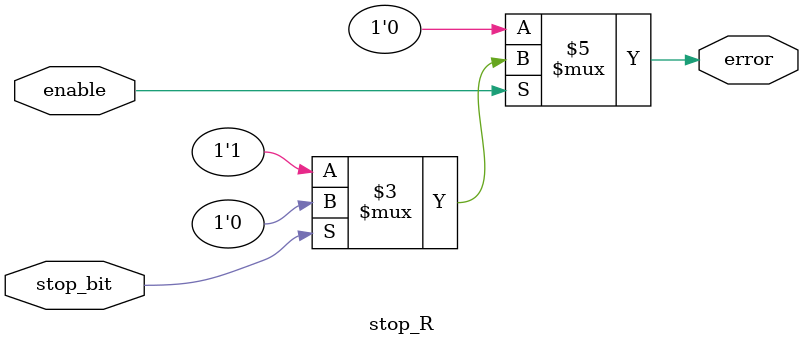
<source format=v>
module stop_R (

	input enable,    

	input stop_bit, 

	output reg error  

);



always @* begin 

	if(enable) begin

		error=stop_bit==1?1'b0:1'b1;

	end

	else 

		error=1'b0;

end

endmodule 
</source>
